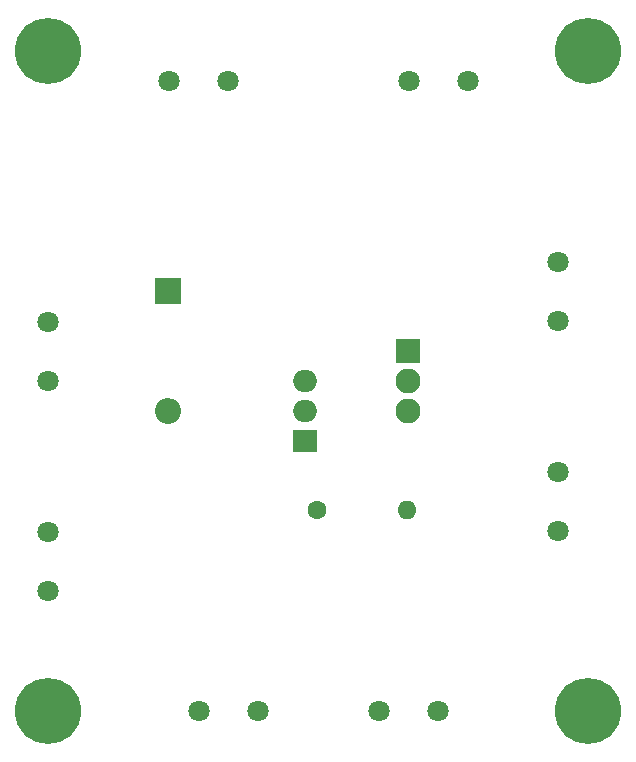
<source format=gbr>
%TF.GenerationSoftware,KiCad,Pcbnew,7.0.9*%
%TF.CreationDate,2024-06-27T12:47:17-04:00*%
%TF.ProjectId,PCBAdas,50434241-6461-4732-9e6b-696361645f70,rev?*%
%TF.SameCoordinates,Original*%
%TF.FileFunction,Soldermask,Bot*%
%TF.FilePolarity,Negative*%
%FSLAX46Y46*%
G04 Gerber Fmt 4.6, Leading zero omitted, Abs format (unit mm)*
G04 Created by KiCad (PCBNEW 7.0.9) date 2024-06-27 12:47:17*
%MOMM*%
%LPD*%
G01*
G04 APERTURE LIST*
G04 Aperture macros list*
%AMRoundRect*
0 Rectangle with rounded corners*
0 $1 Rounding radius*
0 $2 $3 $4 $5 $6 $7 $8 $9 X,Y pos of 4 corners*
0 Add a 4 corners polygon primitive as box body*
4,1,4,$2,$3,$4,$5,$6,$7,$8,$9,$2,$3,0*
0 Add four circle primitives for the rounded corners*
1,1,$1+$1,$2,$3*
1,1,$1+$1,$4,$5*
1,1,$1+$1,$6,$7*
1,1,$1+$1,$8,$9*
0 Add four rect primitives between the rounded corners*
20,1,$1+$1,$2,$3,$4,$5,0*
20,1,$1+$1,$4,$5,$6,$7,0*
20,1,$1+$1,$6,$7,$8,$9,0*
20,1,$1+$1,$8,$9,$2,$3,0*%
G04 Aperture macros list end*
%ADD10C,1.803400*%
%ADD11RoundRect,0.102000X-0.955000X-0.955000X0.955000X-0.955000X0.955000X0.955000X-0.955000X0.955000X0*%
%ADD12C,2.114000*%
%ADD13C,1.600000*%
%ADD14O,1.600000X1.600000*%
%ADD15C,5.600000*%
%ADD16R,2.000000X1.905000*%
%ADD17O,2.000000X1.905000*%
%ADD18R,2.200000X2.200000*%
%ADD19O,2.200000X2.200000*%
G04 APERTURE END LIST*
D10*
%TO.C,J8*%
X185420000Y-93980000D03*
X185420000Y-88980000D03*
%TD*%
%TO.C,J7*%
X157480000Y-73660000D03*
X152480000Y-73660000D03*
%TD*%
%TO.C,J6*%
X155020000Y-127000000D03*
X160020000Y-127000000D03*
%TD*%
%TO.C,J5*%
X170260000Y-127000000D03*
X175260000Y-127000000D03*
%TD*%
%TO.C,J4*%
X185420000Y-111760000D03*
X185420000Y-106760000D03*
%TD*%
%TO.C,J3*%
X177800000Y-73660000D03*
X172800000Y-73660000D03*
%TD*%
%TO.C,J2*%
X142240000Y-94060000D03*
X142240000Y-99060000D03*
%TD*%
%TO.C,J1*%
X142240000Y-111840000D03*
X142240000Y-116840000D03*
%TD*%
D11*
%TO.C,U2*%
X172720000Y-96520000D03*
D12*
X172720000Y-99060000D03*
X172720000Y-101600000D03*
%TD*%
D13*
%TO.C,R1*%
X165000000Y-110000000D03*
D14*
X172620000Y-110000000D03*
%TD*%
D15*
%TO.C,H3*%
X142240000Y-71120000D03*
%TD*%
%TO.C,H1*%
X142240000Y-127000000D03*
%TD*%
D16*
%TO.C,Q1*%
X163945000Y-104140000D03*
D17*
X163945000Y-101600000D03*
X163945000Y-99060000D03*
%TD*%
D15*
%TO.C,H4*%
X187960000Y-71120000D03*
%TD*%
%TO.C,H2*%
X187960000Y-127000000D03*
%TD*%
D18*
%TO.C,D1*%
X152400000Y-91440000D03*
D19*
X152400000Y-101600000D03*
%TD*%
M02*

</source>
